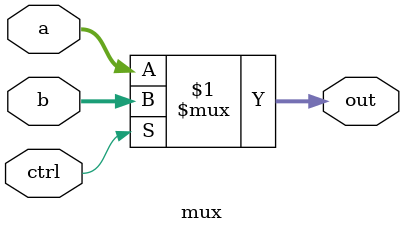
<source format=v>
/*///////////////////////////////////////////////////////////////
 
 Verilog 入門 練習2-3
 
 1つの1ビットの入力ctrlと2つの32ビットの入力a, b、
 1つの32ビットの出力outを持ち、
 ctrlが0のときaを、1のときbをoutに出力するモジュールmuxを作成せよ。
 
///////////////////////////////////////////////////////////////*/

//`timescale 1ns/1ns
`define ANSWER

//↓ここにモジュールを書く

module mux(input[31:0] a, input[31:0] b, input ctrl, output[31:0] out);
    assign out = ctrl ? b : a;
endmodule

//↑ここにモジュールを書く


`include "../p2/q3.v"
/*
module top;
    reg[31:0] a, b;
	reg ctrl;
    wire[31:0] out;
    adder i_adder(.a(a), .b(b), .ctrl(ctrl), .out(out));

    always@(in, out)begin
        $display("ctrl=%1b a=%10d b=%10d out=%10d %s", ctrl, a, b, out, !ctrl ? out == a ? "Check Passed!" : "Check Failed!");
    end

    initial begin
        #0
		ctrl <= 0;
        a <= 0;
		b <= 0;
        #10
		ctrl <= 1;
        a <= 5;
		b <= 4;
        #10
		ctrl <= 1;
        a <= 13;
		b <= 66;
        #10
		ctrl <= 1;
        a <= 749;
		b <= 619;
        #10
		ctrl <= 0;
        a <= 786;
		b <= 4932;
        #10
		ctrl <= 0;
        a <= 65035;
		b <= 555489;
        #10
        $finish();
    end
endmodule
*/
</source>
